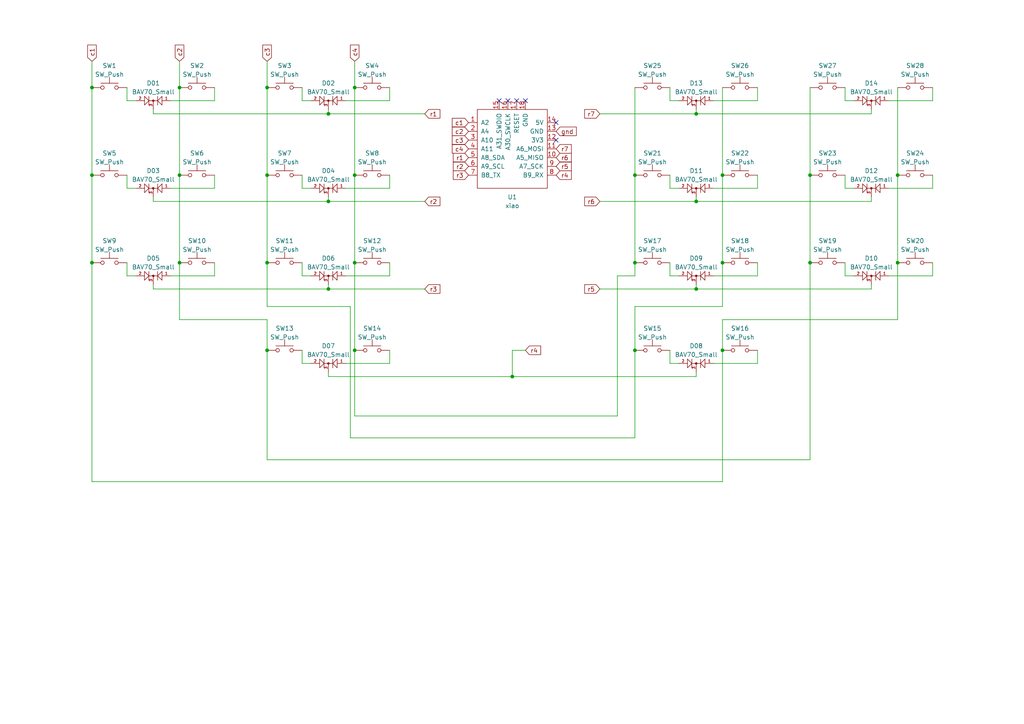
<source format=kicad_sch>
(kicad_sch (version 20230121) (generator eeschema)
  (paper "A4")
  (lib_symbols
    (symbol "Kleeb MCU:xiao" (pin_names (offset 1.016))
      (property "Reference" "U" (at -10.16 15.24 0))
      (property "Value" "xiao" (at -8.89 12.7 0))
      (symbol "xiao_0_1"
        (rectangle (start -10.16 11.43) (end 10.16 -11.43))
      )
      (symbol "xiao_1_1"
        (pin bidirectional line (at -12.7 7.62 0) (length 2.54) (name "A2") (number "1"))
        (pin bidirectional line (at 12.7 -2.54 180) (length 2.54) (name "A5_MISO") (number "10"))
        (pin bidirectional line (at 12.7 0 180) (length 2.54) (name "A6_MOSI") (number "11"))
        (pin power_out line (at 12.7 2.54 180) (length 2.54) (name "3V3") (number "12"))
        (pin power_out line (at 12.7 5.08 180) (length 2.54) (name "GND") (number "13"))
        (pin power_out line (at 12.7 7.62 180) (length 2.54) (name "5V") (number "14"))
        (pin input line (at -3.81 13.97 270) (length 2.54) (name "A31_SWDIO") (number "15"))
        (pin input line (at -1.27 13.97 270) (length 2.54) (name "A30_SWCLK") (number "16"))
        (pin input line (at 1.27 13.97 270) (length 2.54) (name "RESET") (number "17"))
        (pin power_out line (at 3.81 13.97 270) (length 2.54) (name "GND") (number "18"))
        (pin bidirectional line (at -12.7 5.08 0) (length 2.54) (name "A4") (number "2"))
        (pin bidirectional line (at -12.7 2.54 0) (length 2.54) (name "A10") (number "3"))
        (pin bidirectional line (at -12.7 0 0) (length 2.54) (name "A11") (number "4"))
        (pin bidirectional line (at -12.7 -2.54 0) (length 2.54) (name "A8_SDA") (number "5"))
        (pin bidirectional line (at -12.7 -5.08 0) (length 2.54) (name "A9_SCL") (number "6"))
        (pin bidirectional line (at -12.7 -7.62 0) (length 2.54) (name "B8_TX") (number "7"))
        (pin bidirectional line (at 12.7 -7.62 180) (length 2.54) (name "B9_RX") (number "8"))
        (pin bidirectional line (at 12.7 -5.08 180) (length 2.54) (name "A7_SCK") (number "9"))
      )
    )
    (symbol "MarBastLib-Various:BAV70_Small" (pin_names (offset 0.762) hide)
      (property "Reference" "D" (at 0.635 -2.54 0))
      (property "Value" "BAV70_Small" (at 0 2.54 0))
      (symbol "BAV70_Small_0_1"
        (polyline (pts (xy -1.27 1.27) (xy -1.27 -1.27)))
        (polyline (pts (xy 1.27 0) (xy -1.27 0)))
        (polyline (pts (xy 1.27 1.27) (xy 1.27 -1.27)))
        (polyline (pts (xy -2.54 1.27) (xy -2.54 -1.27) (xy -1.27 0) (xy -2.54 1.27)))
        (polyline (pts (xy 2.54 1.27) (xy 2.54 -1.27) (xy 1.27 0) (xy 2.54 1.27)))
        (circle (center 0 0) (radius 0.254) (fill (type outline)))
      )
      (symbol "BAV70_Small_1_1"
        (pin input line (at -5.08 0 0) (length 2.54) (name "A1") (number "1"))
        (pin input line (at 5.08 0 180) (length 2.54) (name "A2") (number "2"))
        (pin passive line (at 0 -2.54 90) (length 2.54) (name "K") (number "3"))
      )
    )
    (symbol "Switch:SW_Push" (pin_numbers hide) (pin_names (offset 1.016) hide)
      (property "Reference" "SW" (at 1.27 2.54 0))
      (property "Value" "SW_Push" (at 0 -1.524 0))
      (symbol "SW_Push_0_1"
        (circle (center -2.032 0) (radius 0.508))
        (polyline (pts (xy 0 1.27) (xy 0 3.048)))
        (polyline (pts (xy 2.54 1.27) (xy -2.54 1.27)))
        (circle (center 2.032 0) (radius 0.508))
        (pin passive line (at -5.08 0 0) (length 2.54) (name "1") (number "1"))
        (pin passive line (at 5.08 0 180) (length 2.54) (name "2") (number "2"))
      )
    )
  )
  (junction (at 102.87 25.4))
  (junction (at 184.15 101.6))
  (junction (at 77.47 25.4))
  (junction (at 77.47 101.6))
  (junction (at 102.87 50.8))
  (junction (at 95.25 83.82))
  (junction (at 52.07 50.8))
  (junction (at 201.93 58.42))
  (junction (at 77.47 76.2))
  (junction (at 95.25 58.42))
  (junction (at 184.15 50.8))
  (junction (at 234.95 50.8))
  (junction (at 77.47 50.8))
  (junction (at 52.07 76.2))
  (junction (at 26.67 76.2))
  (junction (at 52.07 25.4))
  (junction (at 234.95 76.2))
  (junction (at 102.87 101.6))
  (junction (at 209.55 76.2))
  (junction (at 260.35 50.8))
  (junction (at 209.55 50.8))
  (junction (at 26.67 50.8))
  (junction (at 184.15 76.2))
  (junction (at 95.25 33.02))
  (junction (at 148.59 109.22))
  (junction (at 201.93 33.02))
  (junction (at 201.93 83.82))
  (junction (at 102.87 76.2))
  (junction (at 26.67 25.4))
  (junction (at 209.55 101.6))
  (junction (at 260.35 76.2))
  (no_connect (at 161.29 40.64))
  (no_connect (at 147.32 29.21))
  (no_connect (at 149.86 29.21))
  (no_connect (at 152.4 29.21))
  (no_connect (at 161.29 35.56))
  (no_connect (at 144.78 29.21))
  (wire (pts (xy 201.93 58.42) (xy 201.93 57.15)))
  (wire (pts (xy 184.15 88.9) (xy 209.55 88.9)))
  (wire (pts (xy 209.55 92.71) (xy 260.35 92.71)))
  (wire (pts (xy 179.07 120.65) (xy 102.87 120.65)))
  (wire (pts (xy 148.59 101.6) (xy 152.4 101.6)))
  (wire (pts (xy 52.07 76.2) (xy 52.07 50.8)))
  (wire (pts (xy 26.67 17.78) (xy 26.67 25.4)))
  (wire (pts (xy 209.55 50.8) (xy 209.55 25.4)))
  (wire (pts (xy 219.71 29.21) (xy 207.01 29.21)))
  (wire (pts (xy 245.11 80.01) (xy 247.65 80.01)))
  (wire (pts (xy 62.23 76.2) (xy 62.23 80.01)))
  (wire (pts (xy 219.71 76.2) (xy 219.71 80.01)))
  (wire (pts (xy 252.73 57.15) (xy 252.73 58.42)))
  (wire (pts (xy 194.31 76.2) (xy 194.31 80.01)))
  (wire (pts (xy 87.63 25.4) (xy 87.63 29.21)))
  (wire (pts (xy 52.07 17.78) (xy 52.07 25.4)))
  (wire (pts (xy 52.07 92.71) (xy 52.07 76.2)))
  (wire (pts (xy 209.55 139.7) (xy 209.55 101.6)))
  (wire (pts (xy 26.67 50.8) (xy 26.67 76.2)))
  (wire (pts (xy 95.25 31.75) (xy 95.25 33.02)))
  (wire (pts (xy 44.45 33.02) (xy 95.25 33.02)))
  (wire (pts (xy 95.25 33.02) (xy 123.19 33.02)))
  (wire (pts (xy 44.45 58.42) (xy 95.25 58.42)))
  (wire (pts (xy 179.07 80.01) (xy 179.07 120.65)))
  (wire (pts (xy 148.59 109.22) (xy 201.93 109.22)))
  (wire (pts (xy 252.73 82.55) (xy 252.73 83.82)))
  (wire (pts (xy 36.83 25.4) (xy 36.83 29.21)))
  (wire (pts (xy 219.71 50.8) (xy 219.71 54.61)))
  (wire (pts (xy 77.47 133.35) (xy 77.47 101.6)))
  (wire (pts (xy 194.31 105.41) (xy 196.85 105.41)))
  (wire (pts (xy 270.51 80.01) (xy 257.81 80.01)))
  (wire (pts (xy 260.35 50.8) (xy 260.35 76.2)))
  (wire (pts (xy 194.31 50.8) (xy 194.31 54.61)))
  (wire (pts (xy 194.31 54.61) (xy 196.85 54.61)))
  (wire (pts (xy 245.11 76.2) (xy 245.11 80.01)))
  (wire (pts (xy 245.11 25.4) (xy 245.11 29.21)))
  (wire (pts (xy 184.15 127) (xy 184.15 101.6)))
  (wire (pts (xy 95.25 57.15) (xy 95.25 58.42)))
  (wire (pts (xy 77.47 92.71) (xy 52.07 92.71)))
  (wire (pts (xy 62.23 29.21) (xy 49.53 29.21)))
  (wire (pts (xy 201.93 58.42) (xy 252.73 58.42)))
  (wire (pts (xy 270.51 50.8) (xy 270.51 54.61)))
  (wire (pts (xy 62.23 25.4) (xy 62.23 29.21)))
  (wire (pts (xy 219.71 80.01) (xy 207.01 80.01)))
  (wire (pts (xy 87.63 50.8) (xy 87.63 54.61)))
  (wire (pts (xy 44.45 83.82) (xy 95.25 83.82)))
  (wire (pts (xy 77.47 50.8) (xy 77.47 76.2)))
  (wire (pts (xy 44.45 58.42) (xy 44.45 57.15)))
  (wire (pts (xy 260.35 92.71) (xy 260.35 76.2)))
  (wire (pts (xy 252.73 31.75) (xy 252.73 33.02)))
  (wire (pts (xy 194.31 101.6) (xy 194.31 105.41)))
  (wire (pts (xy 113.03 80.01) (xy 100.33 80.01)))
  (wire (pts (xy 95.25 83.82) (xy 123.19 83.82)))
  (wire (pts (xy 270.51 25.4) (xy 270.51 29.21)))
  (wire (pts (xy 36.83 50.8) (xy 36.83 54.61)))
  (wire (pts (xy 113.03 25.4) (xy 113.03 29.21)))
  (wire (pts (xy 102.87 76.2) (xy 102.87 50.8)))
  (wire (pts (xy 87.63 29.21) (xy 90.17 29.21)))
  (wire (pts (xy 113.03 76.2) (xy 113.03 80.01)))
  (wire (pts (xy 62.23 50.8) (xy 62.23 54.61)))
  (wire (pts (xy 184.15 80.01) (xy 184.15 76.2)))
  (wire (pts (xy 44.45 83.82) (xy 44.45 82.55)))
  (wire (pts (xy 95.25 107.95) (xy 95.25 109.22)))
  (wire (pts (xy 102.87 17.78) (xy 102.87 25.4)))
  (wire (pts (xy 219.71 25.4) (xy 219.71 29.21)))
  (wire (pts (xy 207.01 105.41) (xy 219.71 105.41)))
  (wire (pts (xy 102.87 101.6) (xy 102.87 76.2)))
  (wire (pts (xy 209.55 101.6) (xy 209.55 92.71)))
  (wire (pts (xy 36.83 76.2) (xy 36.83 80.01)))
  (wire (pts (xy 270.51 29.21) (xy 257.81 29.21)))
  (wire (pts (xy 201.93 109.22) (xy 201.93 107.95)))
  (wire (pts (xy 87.63 80.01) (xy 90.17 80.01)))
  (wire (pts (xy 101.6 88.9) (xy 101.6 127)))
  (wire (pts (xy 173.99 58.42) (xy 201.93 58.42)))
  (wire (pts (xy 184.15 50.8) (xy 184.15 76.2)))
  (wire (pts (xy 209.55 76.2) (xy 209.55 50.8)))
  (wire (pts (xy 87.63 105.41) (xy 90.17 105.41)))
  (wire (pts (xy 260.35 25.4) (xy 260.35 50.8)))
  (wire (pts (xy 201.93 33.02) (xy 201.93 31.75)))
  (wire (pts (xy 102.87 120.65) (xy 102.87 101.6)))
  (wire (pts (xy 234.95 133.35) (xy 234.95 76.2)))
  (wire (pts (xy 62.23 54.61) (xy 49.53 54.61)))
  (wire (pts (xy 26.67 76.2) (xy 26.67 139.7)))
  (wire (pts (xy 62.23 80.01) (xy 49.53 80.01)))
  (wire (pts (xy 36.83 80.01) (xy 39.37 80.01)))
  (wire (pts (xy 194.31 80.01) (xy 196.85 80.01)))
  (wire (pts (xy 95.25 58.42) (xy 123.19 58.42)))
  (wire (pts (xy 219.71 101.6) (xy 219.71 105.41)))
  (wire (pts (xy 194.31 25.4) (xy 194.31 29.21)))
  (wire (pts (xy 102.87 50.8) (xy 102.87 25.4)))
  (wire (pts (xy 270.51 54.61) (xy 257.81 54.61)))
  (wire (pts (xy 77.47 25.4) (xy 77.47 50.8)))
  (wire (pts (xy 184.15 25.4) (xy 184.15 50.8)))
  (wire (pts (xy 101.6 127) (xy 184.15 127)))
  (wire (pts (xy 270.51 76.2) (xy 270.51 80.01)))
  (wire (pts (xy 113.03 50.8) (xy 113.03 54.61)))
  (wire (pts (xy 36.83 54.61) (xy 39.37 54.61)))
  (wire (pts (xy 184.15 101.6) (xy 184.15 88.9)))
  (wire (pts (xy 201.93 83.82) (xy 201.93 82.55)))
  (wire (pts (xy 100.33 105.41) (xy 113.03 105.41)))
  (wire (pts (xy 77.47 101.6) (xy 77.47 92.71)))
  (wire (pts (xy 245.11 50.8) (xy 245.11 54.61)))
  (wire (pts (xy 234.95 50.8) (xy 234.95 25.4)))
  (wire (pts (xy 201.93 33.02) (xy 252.73 33.02)))
  (wire (pts (xy 26.67 139.7) (xy 209.55 139.7)))
  (wire (pts (xy 44.45 33.02) (xy 44.45 31.75)))
  (wire (pts (xy 113.03 54.61) (xy 100.33 54.61)))
  (wire (pts (xy 36.83 29.21) (xy 39.37 29.21)))
  (wire (pts (xy 26.67 25.4) (xy 26.67 50.8)))
  (wire (pts (xy 148.59 109.22) (xy 148.59 101.6)))
  (wire (pts (xy 173.99 83.82) (xy 201.93 83.82)))
  (wire (pts (xy 194.31 29.21) (xy 196.85 29.21)))
  (wire (pts (xy 234.95 76.2) (xy 234.95 50.8)))
  (wire (pts (xy 52.07 50.8) (xy 52.07 25.4)))
  (wire (pts (xy 87.63 101.6) (xy 87.63 105.41)))
  (wire (pts (xy 77.47 17.78) (xy 77.47 25.4)))
  (wire (pts (xy 113.03 29.21) (xy 100.33 29.21)))
  (wire (pts (xy 77.47 88.9) (xy 101.6 88.9)))
  (wire (pts (xy 209.55 88.9) (xy 209.55 76.2)))
  (wire (pts (xy 245.11 29.21) (xy 247.65 29.21)))
  (wire (pts (xy 95.25 82.55) (xy 95.25 83.82)))
  (wire (pts (xy 77.47 133.35) (xy 234.95 133.35)))
  (wire (pts (xy 87.63 76.2) (xy 87.63 80.01)))
  (wire (pts (xy 77.47 76.2) (xy 77.47 88.9)))
  (wire (pts (xy 219.71 54.61) (xy 207.01 54.61)))
  (wire (pts (xy 113.03 101.6) (xy 113.03 105.41)))
  (wire (pts (xy 201.93 83.82) (xy 252.73 83.82)))
  (wire (pts (xy 95.25 109.22) (xy 148.59 109.22)))
  (wire (pts (xy 87.63 54.61) (xy 90.17 54.61)))
  (wire (pts (xy 179.07 80.01) (xy 184.15 80.01)))
  (wire (pts (xy 245.11 54.61) (xy 247.65 54.61)))
  (wire (pts (xy 173.99 33.02) (xy 201.93 33.02)))
  (global_label "r7" (shape input) (at 173.99 33.02 180) (property "Intersheetrefs" "${INTERSHEET_REFS}" (effects hide)))
  (global_label "r2" (shape input) (at 123.19 58.42 0) (property "Intersheetrefs" "${INTERSHEET_REFS}" (effects hide)))
  (global_label "c1" (shape input) (at 26.67 17.78 90) (property "Intersheetrefs" "${INTERSHEET_REFS}" (effects hide)))
  (global_label "r3" (shape input) (at 135.89 50.8 180) (property "Intersheetrefs" "${INTERSHEET_REFS}" (effects hide)))
  (global_label "r2" (shape input) (at 135.89 48.26 180) (property "Intersheetrefs" "${INTERSHEET_REFS}" (effects hide)))
  (global_label "r4" (shape input) (at 161.29 50.8 0) (property "Intersheetrefs" "${INTERSHEET_REFS}" (effects hide)))
  (global_label "r5" (shape input) (at 173.99 83.82 180) (property "Intersheetrefs" "${INTERSHEET_REFS}" (effects hide)))
  (global_label "c3" (shape input) (at 77.47 17.78 90) (property "Intersheetrefs" "${INTERSHEET_REFS}" (effects hide)))
  (global_label "c3" (shape input) (at 135.89 40.64 180) (property "Intersheetrefs" "${INTERSHEET_REFS}" (effects hide)))
  (global_label "r7" (shape input) (at 161.29 43.18 0) (property "Intersheetrefs" "${INTERSHEET_REFS}" (effects hide)))
  (global_label "c4" (shape input) (at 135.89 43.18 180) (property "Intersheetrefs" "${INTERSHEET_REFS}" (effects hide)))
  (global_label "r6" (shape input) (at 173.99 58.42 180) (property "Intersheetrefs" "${INTERSHEET_REFS}" (effects hide)))
  (global_label "r5" (shape input) (at 161.29 48.26 0) (property "Intersheetrefs" "${INTERSHEET_REFS}" (effects hide)))
  (global_label "r1" (shape input) (at 123.19 33.02 0) (property "Intersheetrefs" "${INTERSHEET_REFS}" (effects hide)))
  (global_label "c4" (shape input) (at 102.87 17.78 90) (property "Intersheetrefs" "${INTERSHEET_REFS}" (effects hide)))
  (global_label "c2" (shape input) (at 135.89 38.1 180) (property "Intersheetrefs" "${INTERSHEET_REFS}" (effects hide)))
  (global_label "c1" (shape input) (at 135.89 35.56 180) (property "Intersheetrefs" "${INTERSHEET_REFS}" (effects hide)))
  (global_label "gnd" (shape input) (at 161.29 38.1 0) (property "Intersheetrefs" "${INTERSHEET_REFS}" (effects hide)))
  (global_label "c2" (shape input) (at 52.07 17.78 90) (property "Intersheetrefs" "${INTERSHEET_REFS}" (effects hide)))
  (global_label "r6" (shape input) (at 161.29 45.72 0) (property "Intersheetrefs" "${INTERSHEET_REFS}" (effects hide)))
  (global_label "r3" (shape input) (at 123.19 83.82 0) (property "Intersheetrefs" "${INTERSHEET_REFS}" (effects hide)))
  (global_label "r1" (shape input) (at 135.89 45.72 180) (property "Intersheetrefs" "${INTERSHEET_REFS}" (effects hide)))
  (global_label "r4" (shape input) (at 152.4 101.6 0) (property "Intersheetrefs" "${INTERSHEET_REFS}" (effects hide)))
  (symbol (lib_id "Switch:SW_Push") (at 82.55 50.8 0) (unit 1)
    (property "Reference" "SW7" (at 82.55 44.45 0))
    (property "Value" "SW_Push" (at 82.55 46.99 0))
    (property "Footprint" "BeiBob:SW_Kailh-PG1350-1u-NoLED" (effects hide))
  )
  (symbol (lib_id "Switch:SW_Push") (at 240.03 50.8 0) (unit 1)
    (property "Reference" "SW23" (at 240.03 44.45 0))
    (property "Value" "SW_Push" (at 240.03 46.99 0))
    (property "Footprint" "BeiBob:SW_Kailh-PG1350-1u-NoLED" (effects hide))
  )
  (symbol (lib_id "Switch:SW_Push") (at 265.43 25.4 0) (unit 1)
    (property "Reference" "SW28" (at 265.43 19.05 0))
    (property "Value" "SW_Push" (at 265.43 21.59 0))
    (property "Footprint" "BeiBob:SW_Kailh-PG1350-1u-NoLED" (effects hide))
  )
  (symbol (lib_id "Switch:SW_Push") (at 189.23 25.4 0) (unit 1)
    (property "Reference" "SW25" (at 189.23 19.05 0))
    (property "Value" "SW_Push" (at 189.23 21.59 0))
    (property "Footprint" "BeiBob:SW_Kailh-PG1350-1u-NoLED" (effects hide))
  )
  (symbol (lib_id "Switch:SW_Push") (at 214.63 50.8 0) (unit 1)
    (property "Reference" "SW22" (at 214.63 44.45 0))
    (property "Value" "SW_Push" (at 214.63 46.99 0))
    (property "Footprint" "BeiBob:SW_Kailh-PG1350-1u-NoLED" (effects hide))
  )
  (symbol (lib_id "MarBastLib-Various:BAV70_Small") (at 44.45 29.21 0) (mirror y) (unit 1)
    (property "Reference" "D01" (at 44.45 24.13 0))
    (property "Value" "BAV70_Small" (at 44.45 26.67 0))
    (property "Footprint" "BeiBob:SOT-23_Handsoldering" (effects hide))
    (property "Datasheet" "https://assets.nexperia.com/documents/data-sheet/BAV70_SER.pdf" (effects hide))
  )
  (symbol (lib_id "MarBastLib-Various:BAV70_Small") (at 95.25 105.41 0) (mirror y) (unit 1)
    (property "Reference" "D07" (at 95.25 100.33 0))
    (property "Value" "BAV70_Small" (at 95.25 102.87 0))
    (property "Footprint" "BeiBob:SOT-23_Handsoldering" (effects hide))
    (property "Datasheet" "https://assets.nexperia.com/documents/data-sheet/BAV70_SER.pdf" (effects hide))
  )
  (symbol (lib_id "Switch:SW_Push") (at 189.23 50.8 0) (unit 1)
    (property "Reference" "SW21" (at 189.23 44.45 0))
    (property "Value" "SW_Push" (at 189.23 46.99 0))
    (property "Footprint" "BeiBob:SW_Kailh-PG1350-1u-NoLED" (effects hide))
  )
  (symbol (lib_id "Kleeb MCU:xiao") (at 148.59 43.18 0) (unit 1)
    (property "Reference" "U1" (at 148.59 57.15 0))
    (property "Value" "xiao" (at 148.59 59.69 0))
    (property "Footprint" "Kleeb MCU:xiao-tht" (effects hide))
  )
  (symbol (lib_id "Switch:SW_Push") (at 82.55 76.2 0) (unit 1)
    (property "Reference" "SW11" (at 82.55 69.85 0))
    (property "Value" "SW_Push" (at 82.55 72.39 0))
    (property "Footprint" "BeiBob:SW_Kailh-PG1350-1u-NoLED" (effects hide))
  )
  (symbol (lib_id "MarBastLib-Various:BAV70_Small") (at 95.25 54.61 0) (mirror y) (unit 1)
    (property "Reference" "D04" (at 95.25 49.53 0))
    (property "Value" "BAV70_Small" (at 95.25 52.07 0))
    (property "Footprint" "BeiBob:SOT-23_Handsoldering" (effects hide))
    (property "Datasheet" "https://assets.nexperia.com/documents/data-sheet/BAV70_SER.pdf" (effects hide))
  )
  (symbol (lib_id "MarBastLib-Various:BAV70_Small") (at 201.93 105.41 0) (mirror y) (unit 1)
    (property "Reference" "D08" (at 201.93 100.33 0))
    (property "Value" "BAV70_Small" (at 201.93 102.87 0))
    (property "Footprint" "BeiBob:SOT-23_Handsoldering" (effects hide))
    (property "Datasheet" "https://assets.nexperia.com/documents/data-sheet/BAV70_SER.pdf" (effects hide))
  )
  (symbol (lib_id "Switch:SW_Push") (at 240.03 76.2 0) (unit 1)
    (property "Reference" "SW19" (at 240.03 69.85 0))
    (property "Value" "SW_Push" (at 240.03 72.39 0))
    (property "Footprint" "BeiBob:SW_Kailh-PG1350-1u-NoLED" (effects hide))
  )
  (symbol (lib_id "Switch:SW_Push") (at 31.75 50.8 0) (unit 1)
    (property "Reference" "SW5" (at 31.75 44.45 0))
    (property "Value" "SW_Push" (at 31.75 46.99 0))
    (property "Footprint" "BeiBob:SW_Kailh-PG1350-1u-NoLED" (effects hide))
  )
  (symbol (lib_id "Switch:SW_Push") (at 265.43 50.8 0) (unit 1)
    (property "Reference" "SW24" (at 265.43 44.45 0))
    (property "Value" "SW_Push" (at 265.43 46.99 0))
    (property "Footprint" "BeiBob:SW_Kailh-PG1350-1u-NoLED" (effects hide))
  )
  (symbol (lib_id "MarBastLib-Various:BAV70_Small") (at 252.73 54.61 0) (mirror y) (unit 1)
    (property "Reference" "D12" (at 252.73 49.53 0))
    (property "Value" "BAV70_Small" (at 252.73 52.07 0))
    (property "Footprint" "BeiBob:SOT-23_Handsoldering" (effects hide))
    (property "Datasheet" "https://assets.nexperia.com/documents/data-sheet/BAV70_SER.pdf" (effects hide))
  )
  (symbol (lib_id "Switch:SW_Push") (at 265.43 76.2 0) (unit 1)
    (property "Reference" "SW20" (at 265.43 69.85 0))
    (property "Value" "SW_Push" (at 265.43 72.39 0))
    (property "Footprint" "BeiBob:SW_Kailh-PG1350-1u-NoLED" (effects hide))
  )
  (symbol (lib_id "MarBastLib-Various:BAV70_Small") (at 201.93 54.61 0) (mirror y) (unit 1)
    (property "Reference" "D11" (at 201.93 49.53 0))
    (property "Value" "BAV70_Small" (at 201.93 52.07 0))
    (property "Footprint" "BeiBob:SOT-23_Handsoldering" (effects hide))
    (property "Datasheet" "https://assets.nexperia.com/documents/data-sheet/BAV70_SER.pdf" (effects hide))
  )
  (symbol (lib_id "Switch:SW_Push") (at 31.75 76.2 0) (unit 1)
    (property "Reference" "SW9" (at 31.75 69.85 0))
    (property "Value" "SW_Push" (at 31.75 72.39 0))
    (property "Footprint" "BeiBob:SW_Kailh-PG1350-1u-NoLED" (effects hide))
  )
  (symbol (lib_id "Switch:SW_Push") (at 31.75 25.4 0) (unit 1)
    (property "Reference" "SW1" (at 31.75 19.05 0))
    (property "Value" "SW_Push" (at 31.75 21.59 0))
    (property "Footprint" "BeiBob:SW_Kailh-PG1350-1u-NoLED" (effects hide))
  )
  (symbol (lib_id "Switch:SW_Push") (at 107.95 50.8 0) (unit 1)
    (property "Reference" "SW8" (at 107.95 44.45 0))
    (property "Value" "SW_Push" (at 107.95 46.99 0))
    (property "Footprint" "BeiBob:SW_Kailh-PG1350-1u-NoLED" (effects hide))
  )
  (symbol (lib_id "Switch:SW_Push") (at 57.15 50.8 0) (unit 1)
    (property "Reference" "SW6" (at 57.15 44.45 0))
    (property "Value" "SW_Push" (at 57.15 46.99 0))
    (property "Footprint" "BeiBob:SW_Kailh-PG1350-1u-NoLED" (effects hide))
  )
  (symbol (lib_id "Switch:SW_Push") (at 214.63 101.6 0) (unit 1)
    (property "Reference" "SW16" (at 214.63 95.25 0))
    (property "Value" "SW_Push" (at 214.63 97.79 0))
    (property "Footprint" "BeiBob:SW_Kailh-PG1350-1u-NoLED" (effects hide))
  )
  (symbol (lib_id "Switch:SW_Push") (at 107.95 25.4 0) (unit 1)
    (property "Reference" "SW4" (at 107.95 19.05 0))
    (property "Value" "SW_Push" (at 107.95 21.59 0))
    (property "Footprint" "BeiBob:SW_Kailh-PG1350-1u-NoLED" (effects hide))
  )
  (symbol (lib_id "Switch:SW_Push") (at 57.15 25.4 0) (unit 1)
    (property "Reference" "SW2" (at 57.15 19.05 0))
    (property "Value" "SW_Push" (at 57.15 21.59 0))
    (property "Footprint" "BeiBob:SW_Kailh-PG1350-1u-NoLED" (effects hide))
  )
  (symbol (lib_id "Switch:SW_Push") (at 82.55 25.4 0) (unit 1)
    (property "Reference" "SW3" (at 82.55 19.05 0))
    (property "Value" "SW_Push" (at 82.55 21.59 0))
    (property "Footprint" "BeiBob:SW_Kailh-PG1350-1u-NoLED" (effects hide))
  )
  (symbol (lib_id "MarBastLib-Various:BAV70_Small") (at 252.73 29.21 0) (mirror y) (unit 1)
    (property "Reference" "D14" (at 252.73 24.13 0))
    (property "Value" "BAV70_Small" (at 252.73 26.67 0))
    (property "Footprint" "BeiBob:SOT-23_Handsoldering" (effects hide))
    (property "Datasheet" "https://assets.nexperia.com/documents/data-sheet/BAV70_SER.pdf" (effects hide))
  )
  (symbol (lib_id "Switch:SW_Push") (at 214.63 25.4 0) (unit 1)
    (property "Reference" "SW26" (at 214.63 19.05 0))
    (property "Value" "SW_Push" (at 214.63 21.59 0))
    (property "Footprint" "BeiBob:SW_Kailh-PG1350-1u-NoLED" (effects hide))
  )
  (symbol (lib_id "Switch:SW_Push") (at 189.23 101.6 0) (unit 1)
    (property "Reference" "SW15" (at 189.23 95.25 0))
    (property "Value" "SW_Push" (at 189.23 97.79 0))
    (property "Footprint" "BeiBob:SW_Kailh-PG1350-1u-NoLED" (effects hide))
  )
  (symbol (lib_id "Switch:SW_Push") (at 107.95 76.2 0) (unit 1)
    (property "Reference" "SW12" (at 107.95 69.85 0))
    (property "Value" "SW_Push" (at 107.95 72.39 0))
    (property "Footprint" "BeiBob:SW_Kailh-PG1350-1u-NoLED" (effects hide))
  )
  (symbol (lib_id "MarBastLib-Various:BAV70_Small") (at 95.25 80.01 0) (mirror y) (unit 1)
    (property "Reference" "D06" (at 95.25 74.93 0))
    (property "Value" "BAV70_Small" (at 95.25 77.47 0))
    (property "Footprint" "BeiBob:SOT-23_Handsoldering" (effects hide))
    (property "Datasheet" "https://assets.nexperia.com/documents/data-sheet/BAV70_SER.pdf" (effects hide))
  )
  (symbol (lib_id "Switch:SW_Push") (at 107.95 101.6 0) (unit 1)
    (property "Reference" "SW14" (at 107.95 95.25 0))
    (property "Value" "SW_Push" (at 107.95 97.79 0))
    (property "Footprint" "BeiBob:SW_Kailh-PG1350-1u-NoLED" (effects hide))
  )
  (symbol (lib_id "Switch:SW_Push") (at 214.63 76.2 0) (unit 1)
    (property "Reference" "SW18" (at 214.63 69.85 0))
    (property "Value" "SW_Push" (at 214.63 72.39 0))
    (property "Footprint" "BeiBob:SW_Kailh-PG1350-1u-NoLED" (effects hide))
  )
  (symbol (lib_id "MarBastLib-Various:BAV70_Small") (at 201.93 29.21 0) (mirror y) (unit 1)
    (property "Reference" "D13" (at 201.93 24.13 0))
    (property "Value" "BAV70_Small" (at 201.93 26.67 0))
    (property "Footprint" "BeiBob:SOT-23_Handsoldering" (effects hide))
    (property "Datasheet" "https://assets.nexperia.com/documents/data-sheet/BAV70_SER.pdf" (effects hide))
  )
  (symbol (lib_id "MarBastLib-Various:BAV70_Small") (at 95.25 29.21 0) (mirror y) (unit 1)
    (property "Reference" "D02" (at 95.25 24.13 0))
    (property "Value" "BAV70_Small" (at 95.25 26.67 0))
    (property "Footprint" "BeiBob:SOT-23_Handsoldering" (effects hide))
    (property "Datasheet" "https://assets.nexperia.com/documents/data-sheet/BAV70_SER.pdf" (effects hide))
  )
  (symbol (lib_id "MarBastLib-Various:BAV70_Small") (at 44.45 80.01 0) (mirror y) (unit 1)
    (property "Reference" "D05" (at 44.45 74.93 0))
    (property "Value" "BAV70_Small" (at 44.45 77.47 0))
    (property "Footprint" "BeiBob:SOT-23_Handsoldering" (effects hide))
    (property "Datasheet" "https://assets.nexperia.com/documents/data-sheet/BAV70_SER.pdf" (effects hide))
  )
  (symbol (lib_id "Switch:SW_Push") (at 82.55 101.6 0) (unit 1)
    (property "Reference" "SW13" (at 82.55 95.25 0))
    (property "Value" "SW_Push" (at 82.55 97.79 0))
    (property "Footprint" "BeiBob:SW_Kailh-PG1350-1u-NoLED" (effects hide))
  )
  (symbol (lib_id "Switch:SW_Push") (at 240.03 25.4 0) (unit 1)
    (property "Reference" "SW27" (at 240.03 19.05 0))
    (property "Value" "SW_Push" (at 240.03 21.59 0))
    (property "Footprint" "BeiBob:SW_Kailh-PG1350-1u-NoLED" (effects hide))
  )
  (symbol (lib_id "Switch:SW_Push") (at 57.15 76.2 0) (unit 1)
    (property "Reference" "SW10" (at 57.15 69.85 0))
    (property "Value" "SW_Push" (at 57.15 72.39 0))
    (property "Footprint" "BeiBob:SW_Kailh-PG1350-1u-NoLED" (effects hide))
  )
  (symbol (lib_id "MarBastLib-Various:BAV70_Small") (at 44.45 54.61 0) (mirror y) (unit 1)
    (property "Reference" "D03" (at 44.45 49.53 0))
    (property "Value" "BAV70_Small" (at 44.45 52.07 0))
    (property "Footprint" "BeiBob:SOT-23_Handsoldering" (effects hide))
    (property "Datasheet" "https://assets.nexperia.com/documents/data-sheet/BAV70_SER.pdf" (effects hide))
  )
  (symbol (lib_id "MarBastLib-Various:BAV70_Small") (at 252.73 80.01 0) (mirror y) (unit 1)
    (property "Reference" "D10" (at 252.73 74.93 0))
    (property "Value" "BAV70_Small" (at 252.73 77.47 0))
    (property "Footprint" "BeiBob:SOT-23_Handsoldering" (effects hide))
    (property "Datasheet" "https://assets.nexperia.com/documents/data-sheet/BAV70_SER.pdf" (effects hide))
  )
  (symbol (lib_id "MarBastLib-Various:BAV70_Small") (at 201.93 80.01 0) (mirror y) (unit 1)
    (property "Reference" "D09" (at 201.93 74.93 0))
    (property "Value" "BAV70_Small" (at 201.93 77.47 0))
    (property "Footprint" "BeiBob:SOT-23_Handsoldering" (effects hide))
    (property "Datasheet" "https://assets.nexperia.com/documents/data-sheet/BAV70_SER.pdf" (effects hide))
  )
  (symbol (lib_id "Switch:SW_Push") (at 189.23 76.2 0) (unit 1)
    (property "Reference" "SW17" (at 189.23 69.85 0))
    (property "Value" "SW_Push" (at 189.23 72.39 0))
    (property "Footprint" "BeiBob:SW_Kailh-PG1350-1u-NoLED" (effects hide))
  )
)
</source>
